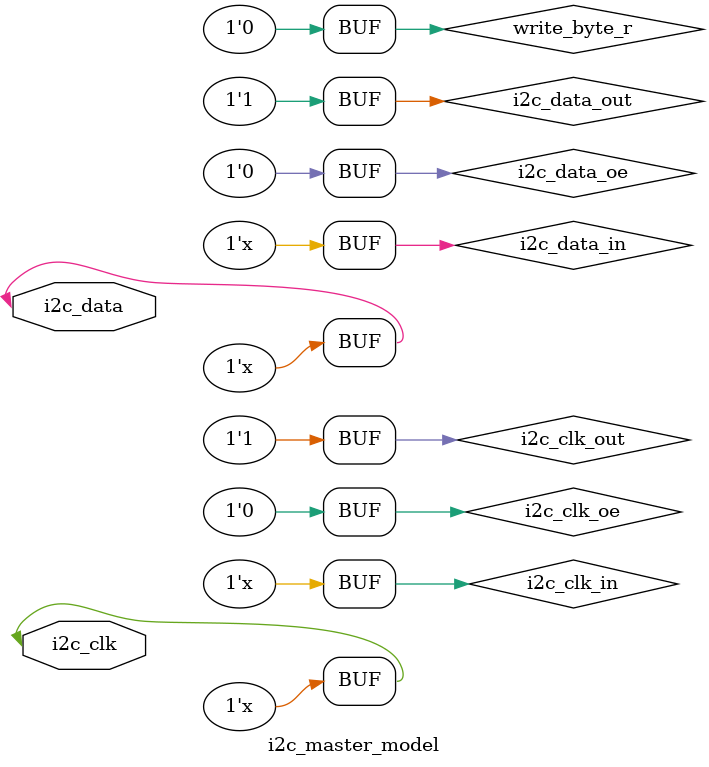
<source format=v>

`timescale 1ns/10ps


module 
  i2c_master_model
  #(
    parameter LOG_LEVEL = 3
  ) 
  (  
    inout i2c_data,
    inout i2c_clk
  );
  
  localparam tBUF     = 4700;
  localparam tSU_STA  = 4700;
  localparam tSU_DAT  = 250;
  localparam tHD_DAT  = 300; 
  localparam tHD_STA  = 4000; 
  localparam tLOW     = 4700; 
  localparam tHIGH    = 4000; 
  
  // --------------------------------------------------------------------
  //  wires & regs
  wire i2c_data_in = i2c_data;
  wire i2c_clk_in  = i2c_clk;
  
  reg i2c_data_oe;
  reg i2c_clk_oe;
  reg i2c_data_out;
  reg i2c_clk_out;
  
  reg i2c_ack_in;
  
  
  // --------------------------------------------------------------------
  //  init 
  initial
    begin
      i2c_data_oe   = 1'b0;
      i2c_clk_oe    = 1'b0;
      i2c_data_out  = 1'b1;
      i2c_clk_out   = 1'b1;
    end
    
  
  // --------------------------------------------------------------------
  //  start
  task start; 
    begin
    
      if( LOG_LEVEL > 2 )
        $display( "###- %m: I2C start at time %t. ", $time );
      
//       i2c_data_out  = 1'b1;
//       i2c_clk_out   = 1'b1;
      
      #tBUF;
      
      i2c_data_oe = 1'b1;
      i2c_clk_oe  = 1'b1;
      
      if( i2c_data != 1'b1 )
        begin
          #tHD_DAT;
          i2c_data_out = 1'b1;
        end
        
      if( i2c_clk != 1'b1 )
        begin
          i2c_clk_out = 1'b1;
          #tLOW;
        end
        
      #tSU_STA;  
      i2c_data_out = 1'b0; 
         
    end    
  endtask
  

  // --------------------------------------------------------------------
  //  stop
  task stop; 
    begin
    
      if( LOG_LEVEL > 2 )
        $display( "###- %m: I2C stop at time %t. ", $time );
    
      if( i2c_data != 1'b0 )
        begin
          #tHD_DAT;
          i2c_data_out = 1'b0;
        end
        
      if( i2c_clk != 1'b1 )
        begin
          i2c_clk_out = 1'b1;
          #tLOW;
        end
      
      i2c_data_out  = 1'b1;
      i2c_clk_out   = 1'b1;
          
      i2c_data_oe = 1'b0;
      i2c_clk_oe  = 1'b0;
         
    end    
  endtask
  

  // --------------------------------------------------------------------
  //  write_bit
  task write_bit;
    input bit;
      begin
      
        #tHD_DAT;
        i2c_data_oe = 1'b1;
        i2c_data_out = bit;
        #tLOW;
        
        i2c_clk_out = 1'b1;
        #tHIGH;
        i2c_clk_out = 1'b0;
      
        
      end    
  endtask

            
  // --------------------------------------------------------------------
  //  write_byte
  reg write_byte_r = 1'b0;
  
  task write_byte;
    input [7:0]  data;
      begin
      
        write_byte_r = 1'b1;
      
        if( LOG_LEVEL > 2 )
          $display( "###- %m: I2C write 0x%h at time %t. ", data, $time );
          
        #tHD_STA;
        
        i2c_clk_out = 1'b0;
        
        write_bit( data[7] );
        write_bit( data[6] );
        write_bit( data[5] );
        write_bit( data[4] );
        write_bit( data[3] );
        write_bit( data[2] );
        write_bit( data[1] );
        write_bit( data[0] );
        
        #tHD_DAT;
        i2c_data_oe = 1'b0;
        #tLOW;
        
        i2c_clk_out = 1'b1;
        
        i2c_ack_in = i2c_data;
        
        if( LOG_LEVEL > 2 )
          if( i2c_data )
            $display( "###- %m: I2C NACK at time %t. ", $time );
          else  
            $display( "###- %m: I2C ACK at time %t. ", $time );
            
        #tHIGH;
        i2c_clk_out = 1'b0;
        
        write_byte_r = 1'b0;
        #1;
                        
      end    
  endtask

  
  // --------------------------------------------------------------------
  //  read_bit
  reg [7:0] i2c_buffer_in;
  
  task read_bit;
    input [3:0] bit;
      begin
      
        i2c_data_oe = 1'b0;
        
        #tHD_DAT;
        i2c_buffer_in[bit] = i2c_data_in;
        #tLOW;
        
        i2c_clk_out = 1'b1;
        #tHIGH;
        i2c_clk_out = 1'b0;
      
        
      end    
  endtask

  
  // --------------------------------------------------------------------
  //  read_byte
  task read_byte;
      begin
          
        #tHD_STA;
        
        i2c_clk_out = 1'b0;
        i2c_data_oe = 1'b0;
        
        read_bit( 7 );
        read_bit( 6 );
        read_bit( 5 );
        read_bit( 4 );
        read_bit( 3 );
        read_bit( 2 );
        read_bit( 1 );
        read_bit( 0 );
        
        i2c_data_oe = 1'b1;
        #tHD_DAT;
        i2c_data_out = 1'b0;
        #(tLOW - tHD_DAT);
        i2c_clk_out = 1'b1;
        
        if( LOG_LEVEL > 2 )
          $display( "###- %m: I2C read 0x%h at time %t. ", i2c_buffer_in, $time );
          
        #tHIGH;
        i2c_clk_out = 1'b0;
          
      end    
  endtask
      
            
  // --------------------------------------------------------------------
  //  outputs  
  assign i2c_data = i2c_data_oe ? i2c_data_out  : 1'bz;
  assign i2c_clk  = i2c_clk_oe  ? i2c_clk_out   : 1'bz;


endmodule


</source>
